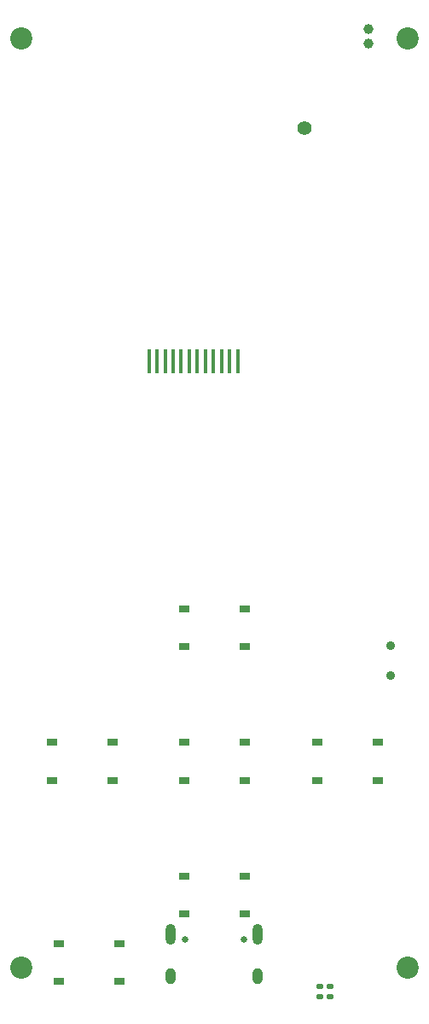
<source format=gbr>
%TF.GenerationSoftware,KiCad,Pcbnew,7.0.2-0*%
%TF.CreationDate,2023-08-13T19:48:24+08:00*%
%TF.ProjectId,Music_32_V2,4d757369-635f-4333-925f-56322e6b6963,rev?*%
%TF.SameCoordinates,Original*%
%TF.FileFunction,Soldermask,Bot*%
%TF.FilePolarity,Negative*%
%FSLAX46Y46*%
G04 Gerber Fmt 4.6, Leading zero omitted, Abs format (unit mm)*
G04 Created by KiCad (PCBNEW 7.0.2-0) date 2023-08-13 19:48:24*
%MOMM*%
%LPD*%
G01*
G04 APERTURE LIST*
G04 Aperture macros list*
%AMRoundRect*
0 Rectangle with rounded corners*
0 $1 Rounding radius*
0 $2 $3 $4 $5 $6 $7 $8 $9 X,Y pos of 4 corners*
0 Add a 4 corners polygon primitive as box body*
4,1,4,$2,$3,$4,$5,$6,$7,$8,$9,$2,$3,0*
0 Add four circle primitives for the rounded corners*
1,1,$1+$1,$2,$3*
1,1,$1+$1,$4,$5*
1,1,$1+$1,$6,$7*
1,1,$1+$1,$8,$9*
0 Add four rect primitives between the rounded corners*
20,1,$1+$1,$2,$3,$4,$5,0*
20,1,$1+$1,$4,$5,$6,$7,0*
20,1,$1+$1,$6,$7,$8,$9,0*
20,1,$1+$1,$8,$9,$2,$3,0*%
G04 Aperture macros list end*
%ADD10C,2.200000*%
%ADD11C,1.400000*%
%ADD12C,0.900000*%
%ADD13C,0.650000*%
%ADD14O,1.000000X2.100000*%
%ADD15O,1.000000X1.600000*%
%ADD16R,1.000000X0.750000*%
%ADD17RoundRect,0.100000X-0.100000X-1.100000X0.100000X-1.100000X0.100000X1.100000X-0.100000X1.100000X0*%
%ADD18RoundRect,0.147500X-0.172500X0.147500X-0.172500X-0.147500X0.172500X-0.147500X0.172500X0.147500X0*%
%ADD19C,1.000000*%
G04 APERTURE END LIST*
D10*
%TO.C,H4*%
X172590000Y-154950000D03*
%TD*%
%TO.C,H3*%
X134250000Y-62800000D03*
%TD*%
D11*
%TO.C,J2*%
X162320000Y-71730000D03*
%TD*%
D12*
%TO.C,SW7*%
X170875000Y-126030000D03*
X170875000Y-123030000D03*
%TD*%
D13*
%TO.C,J3*%
X150530000Y-152125000D03*
X156310000Y-152125000D03*
D14*
X149100000Y-151625000D03*
D15*
X149100000Y-155805000D03*
D14*
X157740000Y-151625000D03*
D15*
X157740000Y-155805000D03*
%TD*%
D10*
%TO.C,H2*%
X172590000Y-62800000D03*
%TD*%
%TO.C,H1*%
X134250000Y-154950000D03*
%TD*%
D16*
%TO.C,SW3*%
X143270000Y-132625000D03*
X137270000Y-132625000D03*
X143270000Y-136375000D03*
X137270000Y-136375000D03*
%TD*%
%TO.C,SW5*%
X156420000Y-145875000D03*
X150420000Y-145875000D03*
X156420000Y-149625000D03*
X150420000Y-149625000D03*
%TD*%
%TO.C,SW4*%
X169670000Y-132625000D03*
X163670000Y-132625000D03*
X169670000Y-136375000D03*
X163670000Y-136375000D03*
%TD*%
%TO.C,SW1*%
X156420000Y-132625000D03*
X150420000Y-132625000D03*
X156420000Y-136375000D03*
X150420000Y-136375000D03*
%TD*%
D17*
%TO.C,U8*%
X146920000Y-94800000D03*
X147720000Y-94800000D03*
X148520000Y-94800000D03*
X149320000Y-94800000D03*
X150120000Y-94800000D03*
X150920000Y-94800000D03*
X151720000Y-94800000D03*
X152520000Y-94800000D03*
X153320000Y-94800000D03*
X154120000Y-94800000D03*
X154920000Y-94800000D03*
X155720000Y-94800000D03*
%TD*%
D16*
%TO.C,SW2*%
X156420000Y-119375000D03*
X150420000Y-119375000D03*
X156420000Y-123125000D03*
X150420000Y-123125000D03*
%TD*%
%TO.C,SW6*%
X143986762Y-152555000D03*
X137986762Y-152555000D03*
X143986762Y-156305000D03*
X137986762Y-156305000D03*
%TD*%
D18*
%TO.C,D5*%
X164900000Y-156835001D03*
X164900000Y-157805001D03*
%TD*%
D19*
%TO.C,MK1*%
X168670000Y-63300000D03*
X168670000Y-61900000D03*
%TD*%
D18*
%TO.C,D4*%
X163900000Y-156850000D03*
X163900000Y-157820000D03*
%TD*%
M02*

</source>
